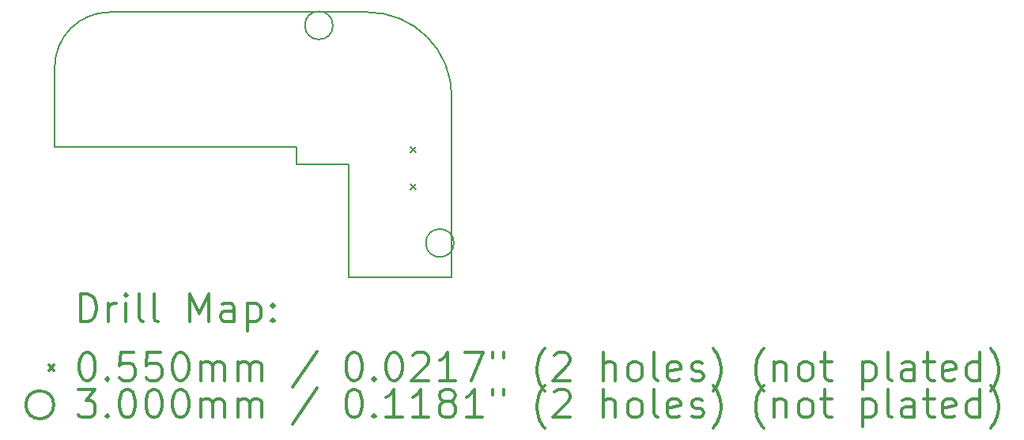
<source format=gbr>
%FSLAX45Y45*%
G04 Gerber Fmt 4.5, Leading zero omitted, Abs format (unit mm)*
G04 Created by KiCad (PCBNEW (5.1.10-1-10_14)) date 2021-09-22 20:59:31*
%MOMM*%
%LPD*%
G01*
G04 APERTURE LIST*
%TA.AperFunction,Profile*%
%ADD10C,0.200000*%
%TD*%
%ADD11C,0.200000*%
%ADD12C,0.300000*%
G04 APERTURE END LIST*
D10*
X7267000Y-8027777D02*
X7266940Y-9237777D01*
X6706940Y-7842777D02*
X6706940Y-8027777D01*
X4116940Y-7842777D02*
X6706940Y-7842777D01*
X4116756Y-6983102D02*
X4116940Y-7842777D01*
X4116756Y-6983102D02*
G75*
G02*
X4704057Y-6395802I587300J0D01*
G01*
X7266940Y-9237777D02*
X8366940Y-9237777D01*
X6706940Y-8027777D02*
X7267000Y-8027777D01*
X7466940Y-6395802D02*
X4704057Y-6395802D01*
X7466940Y-6395802D02*
G75*
G02*
X8366940Y-7295802I0J-900000D01*
G01*
X8366940Y-9237777D02*
X8366940Y-7295802D01*
D11*
X7927410Y-7842080D02*
X7982410Y-7897080D01*
X7982410Y-7842080D02*
X7927410Y-7897080D01*
X7927410Y-8242080D02*
X7982410Y-8297080D01*
X7982410Y-8242080D02*
X7927410Y-8297080D01*
X7095000Y-6537000D02*
G75*
G03*
X7095000Y-6537000I-150000J0D01*
G01*
X8389760Y-8869680D02*
G75*
G03*
X8389760Y-8869680I-150000J0D01*
G01*
D12*
X4393185Y-9713492D02*
X4393185Y-9413492D01*
X4464614Y-9413492D01*
X4507471Y-9427777D01*
X4536042Y-9456349D01*
X4550328Y-9484920D01*
X4564614Y-9542063D01*
X4564614Y-9584920D01*
X4550328Y-9642063D01*
X4536042Y-9670635D01*
X4507471Y-9699206D01*
X4464614Y-9713492D01*
X4393185Y-9713492D01*
X4693185Y-9713492D02*
X4693185Y-9513492D01*
X4693185Y-9570635D02*
X4707471Y-9542063D01*
X4721756Y-9527777D01*
X4750328Y-9513492D01*
X4778899Y-9513492D01*
X4878899Y-9713492D02*
X4878899Y-9513492D01*
X4878899Y-9413492D02*
X4864614Y-9427777D01*
X4878899Y-9442063D01*
X4893185Y-9427777D01*
X4878899Y-9413492D01*
X4878899Y-9442063D01*
X5064614Y-9713492D02*
X5036042Y-9699206D01*
X5021756Y-9670635D01*
X5021756Y-9413492D01*
X5221756Y-9713492D02*
X5193185Y-9699206D01*
X5178899Y-9670635D01*
X5178899Y-9413492D01*
X5564614Y-9713492D02*
X5564614Y-9413492D01*
X5664613Y-9627777D01*
X5764613Y-9413492D01*
X5764613Y-9713492D01*
X6036042Y-9713492D02*
X6036042Y-9556349D01*
X6021756Y-9527777D01*
X5993185Y-9513492D01*
X5936042Y-9513492D01*
X5907471Y-9527777D01*
X6036042Y-9699206D02*
X6007471Y-9713492D01*
X5936042Y-9713492D01*
X5907471Y-9699206D01*
X5893185Y-9670635D01*
X5893185Y-9642063D01*
X5907471Y-9613492D01*
X5936042Y-9599206D01*
X6007471Y-9599206D01*
X6036042Y-9584920D01*
X6178899Y-9513492D02*
X6178899Y-9813492D01*
X6178899Y-9527777D02*
X6207471Y-9513492D01*
X6264613Y-9513492D01*
X6293185Y-9527777D01*
X6307471Y-9542063D01*
X6321756Y-9570635D01*
X6321756Y-9656349D01*
X6307471Y-9684920D01*
X6293185Y-9699206D01*
X6264613Y-9713492D01*
X6207471Y-9713492D01*
X6178899Y-9699206D01*
X6450328Y-9684920D02*
X6464613Y-9699206D01*
X6450328Y-9713492D01*
X6436042Y-9699206D01*
X6450328Y-9684920D01*
X6450328Y-9713492D01*
X6450328Y-9527777D02*
X6464613Y-9542063D01*
X6450328Y-9556349D01*
X6436042Y-9542063D01*
X6450328Y-9527777D01*
X6450328Y-9556349D01*
X4051756Y-10180277D02*
X4106756Y-10235277D01*
X4106756Y-10180277D02*
X4051756Y-10235277D01*
X4450328Y-10043492D02*
X4478899Y-10043492D01*
X4507471Y-10057777D01*
X4521756Y-10072063D01*
X4536042Y-10100635D01*
X4550328Y-10157777D01*
X4550328Y-10229206D01*
X4536042Y-10286349D01*
X4521756Y-10314920D01*
X4507471Y-10329206D01*
X4478899Y-10343492D01*
X4450328Y-10343492D01*
X4421756Y-10329206D01*
X4407471Y-10314920D01*
X4393185Y-10286349D01*
X4378899Y-10229206D01*
X4378899Y-10157777D01*
X4393185Y-10100635D01*
X4407471Y-10072063D01*
X4421756Y-10057777D01*
X4450328Y-10043492D01*
X4678899Y-10314920D02*
X4693185Y-10329206D01*
X4678899Y-10343492D01*
X4664614Y-10329206D01*
X4678899Y-10314920D01*
X4678899Y-10343492D01*
X4964614Y-10043492D02*
X4821756Y-10043492D01*
X4807471Y-10186349D01*
X4821756Y-10172063D01*
X4850328Y-10157777D01*
X4921756Y-10157777D01*
X4950328Y-10172063D01*
X4964614Y-10186349D01*
X4978899Y-10214920D01*
X4978899Y-10286349D01*
X4964614Y-10314920D01*
X4950328Y-10329206D01*
X4921756Y-10343492D01*
X4850328Y-10343492D01*
X4821756Y-10329206D01*
X4807471Y-10314920D01*
X5250328Y-10043492D02*
X5107471Y-10043492D01*
X5093185Y-10186349D01*
X5107471Y-10172063D01*
X5136042Y-10157777D01*
X5207471Y-10157777D01*
X5236042Y-10172063D01*
X5250328Y-10186349D01*
X5264614Y-10214920D01*
X5264614Y-10286349D01*
X5250328Y-10314920D01*
X5236042Y-10329206D01*
X5207471Y-10343492D01*
X5136042Y-10343492D01*
X5107471Y-10329206D01*
X5093185Y-10314920D01*
X5450328Y-10043492D02*
X5478899Y-10043492D01*
X5507471Y-10057777D01*
X5521756Y-10072063D01*
X5536042Y-10100635D01*
X5550328Y-10157777D01*
X5550328Y-10229206D01*
X5536042Y-10286349D01*
X5521756Y-10314920D01*
X5507471Y-10329206D01*
X5478899Y-10343492D01*
X5450328Y-10343492D01*
X5421756Y-10329206D01*
X5407471Y-10314920D01*
X5393185Y-10286349D01*
X5378899Y-10229206D01*
X5378899Y-10157777D01*
X5393185Y-10100635D01*
X5407471Y-10072063D01*
X5421756Y-10057777D01*
X5450328Y-10043492D01*
X5678899Y-10343492D02*
X5678899Y-10143492D01*
X5678899Y-10172063D02*
X5693185Y-10157777D01*
X5721756Y-10143492D01*
X5764613Y-10143492D01*
X5793185Y-10157777D01*
X5807471Y-10186349D01*
X5807471Y-10343492D01*
X5807471Y-10186349D02*
X5821756Y-10157777D01*
X5850328Y-10143492D01*
X5893185Y-10143492D01*
X5921756Y-10157777D01*
X5936042Y-10186349D01*
X5936042Y-10343492D01*
X6078899Y-10343492D02*
X6078899Y-10143492D01*
X6078899Y-10172063D02*
X6093185Y-10157777D01*
X6121756Y-10143492D01*
X6164613Y-10143492D01*
X6193185Y-10157777D01*
X6207471Y-10186349D01*
X6207471Y-10343492D01*
X6207471Y-10186349D02*
X6221756Y-10157777D01*
X6250328Y-10143492D01*
X6293185Y-10143492D01*
X6321756Y-10157777D01*
X6336042Y-10186349D01*
X6336042Y-10343492D01*
X6921756Y-10029206D02*
X6664613Y-10414920D01*
X7307471Y-10043492D02*
X7336042Y-10043492D01*
X7364613Y-10057777D01*
X7378899Y-10072063D01*
X7393185Y-10100635D01*
X7407471Y-10157777D01*
X7407471Y-10229206D01*
X7393185Y-10286349D01*
X7378899Y-10314920D01*
X7364613Y-10329206D01*
X7336042Y-10343492D01*
X7307471Y-10343492D01*
X7278899Y-10329206D01*
X7264613Y-10314920D01*
X7250328Y-10286349D01*
X7236042Y-10229206D01*
X7236042Y-10157777D01*
X7250328Y-10100635D01*
X7264613Y-10072063D01*
X7278899Y-10057777D01*
X7307471Y-10043492D01*
X7536042Y-10314920D02*
X7550328Y-10329206D01*
X7536042Y-10343492D01*
X7521756Y-10329206D01*
X7536042Y-10314920D01*
X7536042Y-10343492D01*
X7736042Y-10043492D02*
X7764613Y-10043492D01*
X7793185Y-10057777D01*
X7807471Y-10072063D01*
X7821756Y-10100635D01*
X7836042Y-10157777D01*
X7836042Y-10229206D01*
X7821756Y-10286349D01*
X7807471Y-10314920D01*
X7793185Y-10329206D01*
X7764613Y-10343492D01*
X7736042Y-10343492D01*
X7707471Y-10329206D01*
X7693185Y-10314920D01*
X7678899Y-10286349D01*
X7664613Y-10229206D01*
X7664613Y-10157777D01*
X7678899Y-10100635D01*
X7693185Y-10072063D01*
X7707471Y-10057777D01*
X7736042Y-10043492D01*
X7950328Y-10072063D02*
X7964613Y-10057777D01*
X7993185Y-10043492D01*
X8064613Y-10043492D01*
X8093185Y-10057777D01*
X8107471Y-10072063D01*
X8121756Y-10100635D01*
X8121756Y-10129206D01*
X8107471Y-10172063D01*
X7936042Y-10343492D01*
X8121756Y-10343492D01*
X8407471Y-10343492D02*
X8236042Y-10343492D01*
X8321756Y-10343492D02*
X8321756Y-10043492D01*
X8293185Y-10086349D01*
X8264613Y-10114920D01*
X8236042Y-10129206D01*
X8507471Y-10043492D02*
X8707471Y-10043492D01*
X8578899Y-10343492D01*
X8807471Y-10043492D02*
X8807471Y-10100635D01*
X8921756Y-10043492D02*
X8921756Y-10100635D01*
X9364614Y-10457777D02*
X9350328Y-10443492D01*
X9321756Y-10400635D01*
X9307471Y-10372063D01*
X9293185Y-10329206D01*
X9278899Y-10257777D01*
X9278899Y-10200635D01*
X9293185Y-10129206D01*
X9307471Y-10086349D01*
X9321756Y-10057777D01*
X9350328Y-10014920D01*
X9364614Y-10000635D01*
X9464614Y-10072063D02*
X9478899Y-10057777D01*
X9507471Y-10043492D01*
X9578899Y-10043492D01*
X9607471Y-10057777D01*
X9621756Y-10072063D01*
X9636042Y-10100635D01*
X9636042Y-10129206D01*
X9621756Y-10172063D01*
X9450328Y-10343492D01*
X9636042Y-10343492D01*
X9993185Y-10343492D02*
X9993185Y-10043492D01*
X10121756Y-10343492D02*
X10121756Y-10186349D01*
X10107471Y-10157777D01*
X10078899Y-10143492D01*
X10036042Y-10143492D01*
X10007471Y-10157777D01*
X9993185Y-10172063D01*
X10307471Y-10343492D02*
X10278899Y-10329206D01*
X10264614Y-10314920D01*
X10250328Y-10286349D01*
X10250328Y-10200635D01*
X10264614Y-10172063D01*
X10278899Y-10157777D01*
X10307471Y-10143492D01*
X10350328Y-10143492D01*
X10378899Y-10157777D01*
X10393185Y-10172063D01*
X10407471Y-10200635D01*
X10407471Y-10286349D01*
X10393185Y-10314920D01*
X10378899Y-10329206D01*
X10350328Y-10343492D01*
X10307471Y-10343492D01*
X10578899Y-10343492D02*
X10550328Y-10329206D01*
X10536042Y-10300635D01*
X10536042Y-10043492D01*
X10807471Y-10329206D02*
X10778899Y-10343492D01*
X10721756Y-10343492D01*
X10693185Y-10329206D01*
X10678899Y-10300635D01*
X10678899Y-10186349D01*
X10693185Y-10157777D01*
X10721756Y-10143492D01*
X10778899Y-10143492D01*
X10807471Y-10157777D01*
X10821756Y-10186349D01*
X10821756Y-10214920D01*
X10678899Y-10243492D01*
X10936042Y-10329206D02*
X10964614Y-10343492D01*
X11021756Y-10343492D01*
X11050328Y-10329206D01*
X11064614Y-10300635D01*
X11064614Y-10286349D01*
X11050328Y-10257777D01*
X11021756Y-10243492D01*
X10978899Y-10243492D01*
X10950328Y-10229206D01*
X10936042Y-10200635D01*
X10936042Y-10186349D01*
X10950328Y-10157777D01*
X10978899Y-10143492D01*
X11021756Y-10143492D01*
X11050328Y-10157777D01*
X11164614Y-10457777D02*
X11178899Y-10443492D01*
X11207471Y-10400635D01*
X11221756Y-10372063D01*
X11236042Y-10329206D01*
X11250328Y-10257777D01*
X11250328Y-10200635D01*
X11236042Y-10129206D01*
X11221756Y-10086349D01*
X11207471Y-10057777D01*
X11178899Y-10014920D01*
X11164614Y-10000635D01*
X11707471Y-10457777D02*
X11693185Y-10443492D01*
X11664613Y-10400635D01*
X11650328Y-10372063D01*
X11636042Y-10329206D01*
X11621756Y-10257777D01*
X11621756Y-10200635D01*
X11636042Y-10129206D01*
X11650328Y-10086349D01*
X11664613Y-10057777D01*
X11693185Y-10014920D01*
X11707471Y-10000635D01*
X11821756Y-10143492D02*
X11821756Y-10343492D01*
X11821756Y-10172063D02*
X11836042Y-10157777D01*
X11864613Y-10143492D01*
X11907471Y-10143492D01*
X11936042Y-10157777D01*
X11950328Y-10186349D01*
X11950328Y-10343492D01*
X12136042Y-10343492D02*
X12107471Y-10329206D01*
X12093185Y-10314920D01*
X12078899Y-10286349D01*
X12078899Y-10200635D01*
X12093185Y-10172063D01*
X12107471Y-10157777D01*
X12136042Y-10143492D01*
X12178899Y-10143492D01*
X12207471Y-10157777D01*
X12221756Y-10172063D01*
X12236042Y-10200635D01*
X12236042Y-10286349D01*
X12221756Y-10314920D01*
X12207471Y-10329206D01*
X12178899Y-10343492D01*
X12136042Y-10343492D01*
X12321756Y-10143492D02*
X12436042Y-10143492D01*
X12364613Y-10043492D02*
X12364613Y-10300635D01*
X12378899Y-10329206D01*
X12407471Y-10343492D01*
X12436042Y-10343492D01*
X12764613Y-10143492D02*
X12764613Y-10443492D01*
X12764613Y-10157777D02*
X12793185Y-10143492D01*
X12850328Y-10143492D01*
X12878899Y-10157777D01*
X12893185Y-10172063D01*
X12907471Y-10200635D01*
X12907471Y-10286349D01*
X12893185Y-10314920D01*
X12878899Y-10329206D01*
X12850328Y-10343492D01*
X12793185Y-10343492D01*
X12764613Y-10329206D01*
X13078899Y-10343492D02*
X13050328Y-10329206D01*
X13036042Y-10300635D01*
X13036042Y-10043492D01*
X13321756Y-10343492D02*
X13321756Y-10186349D01*
X13307471Y-10157777D01*
X13278899Y-10143492D01*
X13221756Y-10143492D01*
X13193185Y-10157777D01*
X13321756Y-10329206D02*
X13293185Y-10343492D01*
X13221756Y-10343492D01*
X13193185Y-10329206D01*
X13178899Y-10300635D01*
X13178899Y-10272063D01*
X13193185Y-10243492D01*
X13221756Y-10229206D01*
X13293185Y-10229206D01*
X13321756Y-10214920D01*
X13421756Y-10143492D02*
X13536042Y-10143492D01*
X13464613Y-10043492D02*
X13464613Y-10300635D01*
X13478899Y-10329206D01*
X13507471Y-10343492D01*
X13536042Y-10343492D01*
X13750328Y-10329206D02*
X13721756Y-10343492D01*
X13664613Y-10343492D01*
X13636042Y-10329206D01*
X13621756Y-10300635D01*
X13621756Y-10186349D01*
X13636042Y-10157777D01*
X13664613Y-10143492D01*
X13721756Y-10143492D01*
X13750328Y-10157777D01*
X13764613Y-10186349D01*
X13764613Y-10214920D01*
X13621756Y-10243492D01*
X14021756Y-10343492D02*
X14021756Y-10043492D01*
X14021756Y-10329206D02*
X13993185Y-10343492D01*
X13936042Y-10343492D01*
X13907471Y-10329206D01*
X13893185Y-10314920D01*
X13878899Y-10286349D01*
X13878899Y-10200635D01*
X13893185Y-10172063D01*
X13907471Y-10157777D01*
X13936042Y-10143492D01*
X13993185Y-10143492D01*
X14021756Y-10157777D01*
X14136042Y-10457777D02*
X14150328Y-10443492D01*
X14178899Y-10400635D01*
X14193185Y-10372063D01*
X14207471Y-10329206D01*
X14221756Y-10257777D01*
X14221756Y-10200635D01*
X14207471Y-10129206D01*
X14193185Y-10086349D01*
X14178899Y-10057777D01*
X14150328Y-10014920D01*
X14136042Y-10000635D01*
X4106756Y-10603777D02*
G75*
G03*
X4106756Y-10603777I-150000J0D01*
G01*
X4364614Y-10439492D02*
X4550328Y-10439492D01*
X4450328Y-10553777D01*
X4493185Y-10553777D01*
X4521756Y-10568063D01*
X4536042Y-10582349D01*
X4550328Y-10610920D01*
X4550328Y-10682349D01*
X4536042Y-10710920D01*
X4521756Y-10725206D01*
X4493185Y-10739492D01*
X4407471Y-10739492D01*
X4378899Y-10725206D01*
X4364614Y-10710920D01*
X4678899Y-10710920D02*
X4693185Y-10725206D01*
X4678899Y-10739492D01*
X4664614Y-10725206D01*
X4678899Y-10710920D01*
X4678899Y-10739492D01*
X4878899Y-10439492D02*
X4907471Y-10439492D01*
X4936042Y-10453777D01*
X4950328Y-10468063D01*
X4964614Y-10496635D01*
X4978899Y-10553777D01*
X4978899Y-10625206D01*
X4964614Y-10682349D01*
X4950328Y-10710920D01*
X4936042Y-10725206D01*
X4907471Y-10739492D01*
X4878899Y-10739492D01*
X4850328Y-10725206D01*
X4836042Y-10710920D01*
X4821756Y-10682349D01*
X4807471Y-10625206D01*
X4807471Y-10553777D01*
X4821756Y-10496635D01*
X4836042Y-10468063D01*
X4850328Y-10453777D01*
X4878899Y-10439492D01*
X5164614Y-10439492D02*
X5193185Y-10439492D01*
X5221756Y-10453777D01*
X5236042Y-10468063D01*
X5250328Y-10496635D01*
X5264614Y-10553777D01*
X5264614Y-10625206D01*
X5250328Y-10682349D01*
X5236042Y-10710920D01*
X5221756Y-10725206D01*
X5193185Y-10739492D01*
X5164614Y-10739492D01*
X5136042Y-10725206D01*
X5121756Y-10710920D01*
X5107471Y-10682349D01*
X5093185Y-10625206D01*
X5093185Y-10553777D01*
X5107471Y-10496635D01*
X5121756Y-10468063D01*
X5136042Y-10453777D01*
X5164614Y-10439492D01*
X5450328Y-10439492D02*
X5478899Y-10439492D01*
X5507471Y-10453777D01*
X5521756Y-10468063D01*
X5536042Y-10496635D01*
X5550328Y-10553777D01*
X5550328Y-10625206D01*
X5536042Y-10682349D01*
X5521756Y-10710920D01*
X5507471Y-10725206D01*
X5478899Y-10739492D01*
X5450328Y-10739492D01*
X5421756Y-10725206D01*
X5407471Y-10710920D01*
X5393185Y-10682349D01*
X5378899Y-10625206D01*
X5378899Y-10553777D01*
X5393185Y-10496635D01*
X5407471Y-10468063D01*
X5421756Y-10453777D01*
X5450328Y-10439492D01*
X5678899Y-10739492D02*
X5678899Y-10539492D01*
X5678899Y-10568063D02*
X5693185Y-10553777D01*
X5721756Y-10539492D01*
X5764613Y-10539492D01*
X5793185Y-10553777D01*
X5807471Y-10582349D01*
X5807471Y-10739492D01*
X5807471Y-10582349D02*
X5821756Y-10553777D01*
X5850328Y-10539492D01*
X5893185Y-10539492D01*
X5921756Y-10553777D01*
X5936042Y-10582349D01*
X5936042Y-10739492D01*
X6078899Y-10739492D02*
X6078899Y-10539492D01*
X6078899Y-10568063D02*
X6093185Y-10553777D01*
X6121756Y-10539492D01*
X6164613Y-10539492D01*
X6193185Y-10553777D01*
X6207471Y-10582349D01*
X6207471Y-10739492D01*
X6207471Y-10582349D02*
X6221756Y-10553777D01*
X6250328Y-10539492D01*
X6293185Y-10539492D01*
X6321756Y-10553777D01*
X6336042Y-10582349D01*
X6336042Y-10739492D01*
X6921756Y-10425206D02*
X6664613Y-10810920D01*
X7307471Y-10439492D02*
X7336042Y-10439492D01*
X7364613Y-10453777D01*
X7378899Y-10468063D01*
X7393185Y-10496635D01*
X7407471Y-10553777D01*
X7407471Y-10625206D01*
X7393185Y-10682349D01*
X7378899Y-10710920D01*
X7364613Y-10725206D01*
X7336042Y-10739492D01*
X7307471Y-10739492D01*
X7278899Y-10725206D01*
X7264613Y-10710920D01*
X7250328Y-10682349D01*
X7236042Y-10625206D01*
X7236042Y-10553777D01*
X7250328Y-10496635D01*
X7264613Y-10468063D01*
X7278899Y-10453777D01*
X7307471Y-10439492D01*
X7536042Y-10710920D02*
X7550328Y-10725206D01*
X7536042Y-10739492D01*
X7521756Y-10725206D01*
X7536042Y-10710920D01*
X7536042Y-10739492D01*
X7836042Y-10739492D02*
X7664613Y-10739492D01*
X7750328Y-10739492D02*
X7750328Y-10439492D01*
X7721756Y-10482349D01*
X7693185Y-10510920D01*
X7664613Y-10525206D01*
X8121756Y-10739492D02*
X7950328Y-10739492D01*
X8036042Y-10739492D02*
X8036042Y-10439492D01*
X8007471Y-10482349D01*
X7978899Y-10510920D01*
X7950328Y-10525206D01*
X8293185Y-10568063D02*
X8264613Y-10553777D01*
X8250328Y-10539492D01*
X8236042Y-10510920D01*
X8236042Y-10496635D01*
X8250328Y-10468063D01*
X8264613Y-10453777D01*
X8293185Y-10439492D01*
X8350328Y-10439492D01*
X8378899Y-10453777D01*
X8393185Y-10468063D01*
X8407471Y-10496635D01*
X8407471Y-10510920D01*
X8393185Y-10539492D01*
X8378899Y-10553777D01*
X8350328Y-10568063D01*
X8293185Y-10568063D01*
X8264613Y-10582349D01*
X8250328Y-10596635D01*
X8236042Y-10625206D01*
X8236042Y-10682349D01*
X8250328Y-10710920D01*
X8264613Y-10725206D01*
X8293185Y-10739492D01*
X8350328Y-10739492D01*
X8378899Y-10725206D01*
X8393185Y-10710920D01*
X8407471Y-10682349D01*
X8407471Y-10625206D01*
X8393185Y-10596635D01*
X8378899Y-10582349D01*
X8350328Y-10568063D01*
X8693185Y-10739492D02*
X8521756Y-10739492D01*
X8607471Y-10739492D02*
X8607471Y-10439492D01*
X8578899Y-10482349D01*
X8550328Y-10510920D01*
X8521756Y-10525206D01*
X8807471Y-10439492D02*
X8807471Y-10496635D01*
X8921756Y-10439492D02*
X8921756Y-10496635D01*
X9364614Y-10853777D02*
X9350328Y-10839492D01*
X9321756Y-10796635D01*
X9307471Y-10768063D01*
X9293185Y-10725206D01*
X9278899Y-10653777D01*
X9278899Y-10596635D01*
X9293185Y-10525206D01*
X9307471Y-10482349D01*
X9321756Y-10453777D01*
X9350328Y-10410920D01*
X9364614Y-10396635D01*
X9464614Y-10468063D02*
X9478899Y-10453777D01*
X9507471Y-10439492D01*
X9578899Y-10439492D01*
X9607471Y-10453777D01*
X9621756Y-10468063D01*
X9636042Y-10496635D01*
X9636042Y-10525206D01*
X9621756Y-10568063D01*
X9450328Y-10739492D01*
X9636042Y-10739492D01*
X9993185Y-10739492D02*
X9993185Y-10439492D01*
X10121756Y-10739492D02*
X10121756Y-10582349D01*
X10107471Y-10553777D01*
X10078899Y-10539492D01*
X10036042Y-10539492D01*
X10007471Y-10553777D01*
X9993185Y-10568063D01*
X10307471Y-10739492D02*
X10278899Y-10725206D01*
X10264614Y-10710920D01*
X10250328Y-10682349D01*
X10250328Y-10596635D01*
X10264614Y-10568063D01*
X10278899Y-10553777D01*
X10307471Y-10539492D01*
X10350328Y-10539492D01*
X10378899Y-10553777D01*
X10393185Y-10568063D01*
X10407471Y-10596635D01*
X10407471Y-10682349D01*
X10393185Y-10710920D01*
X10378899Y-10725206D01*
X10350328Y-10739492D01*
X10307471Y-10739492D01*
X10578899Y-10739492D02*
X10550328Y-10725206D01*
X10536042Y-10696635D01*
X10536042Y-10439492D01*
X10807471Y-10725206D02*
X10778899Y-10739492D01*
X10721756Y-10739492D01*
X10693185Y-10725206D01*
X10678899Y-10696635D01*
X10678899Y-10582349D01*
X10693185Y-10553777D01*
X10721756Y-10539492D01*
X10778899Y-10539492D01*
X10807471Y-10553777D01*
X10821756Y-10582349D01*
X10821756Y-10610920D01*
X10678899Y-10639492D01*
X10936042Y-10725206D02*
X10964614Y-10739492D01*
X11021756Y-10739492D01*
X11050328Y-10725206D01*
X11064614Y-10696635D01*
X11064614Y-10682349D01*
X11050328Y-10653777D01*
X11021756Y-10639492D01*
X10978899Y-10639492D01*
X10950328Y-10625206D01*
X10936042Y-10596635D01*
X10936042Y-10582349D01*
X10950328Y-10553777D01*
X10978899Y-10539492D01*
X11021756Y-10539492D01*
X11050328Y-10553777D01*
X11164614Y-10853777D02*
X11178899Y-10839492D01*
X11207471Y-10796635D01*
X11221756Y-10768063D01*
X11236042Y-10725206D01*
X11250328Y-10653777D01*
X11250328Y-10596635D01*
X11236042Y-10525206D01*
X11221756Y-10482349D01*
X11207471Y-10453777D01*
X11178899Y-10410920D01*
X11164614Y-10396635D01*
X11707471Y-10853777D02*
X11693185Y-10839492D01*
X11664613Y-10796635D01*
X11650328Y-10768063D01*
X11636042Y-10725206D01*
X11621756Y-10653777D01*
X11621756Y-10596635D01*
X11636042Y-10525206D01*
X11650328Y-10482349D01*
X11664613Y-10453777D01*
X11693185Y-10410920D01*
X11707471Y-10396635D01*
X11821756Y-10539492D02*
X11821756Y-10739492D01*
X11821756Y-10568063D02*
X11836042Y-10553777D01*
X11864613Y-10539492D01*
X11907471Y-10539492D01*
X11936042Y-10553777D01*
X11950328Y-10582349D01*
X11950328Y-10739492D01*
X12136042Y-10739492D02*
X12107471Y-10725206D01*
X12093185Y-10710920D01*
X12078899Y-10682349D01*
X12078899Y-10596635D01*
X12093185Y-10568063D01*
X12107471Y-10553777D01*
X12136042Y-10539492D01*
X12178899Y-10539492D01*
X12207471Y-10553777D01*
X12221756Y-10568063D01*
X12236042Y-10596635D01*
X12236042Y-10682349D01*
X12221756Y-10710920D01*
X12207471Y-10725206D01*
X12178899Y-10739492D01*
X12136042Y-10739492D01*
X12321756Y-10539492D02*
X12436042Y-10539492D01*
X12364613Y-10439492D02*
X12364613Y-10696635D01*
X12378899Y-10725206D01*
X12407471Y-10739492D01*
X12436042Y-10739492D01*
X12764613Y-10539492D02*
X12764613Y-10839492D01*
X12764613Y-10553777D02*
X12793185Y-10539492D01*
X12850328Y-10539492D01*
X12878899Y-10553777D01*
X12893185Y-10568063D01*
X12907471Y-10596635D01*
X12907471Y-10682349D01*
X12893185Y-10710920D01*
X12878899Y-10725206D01*
X12850328Y-10739492D01*
X12793185Y-10739492D01*
X12764613Y-10725206D01*
X13078899Y-10739492D02*
X13050328Y-10725206D01*
X13036042Y-10696635D01*
X13036042Y-10439492D01*
X13321756Y-10739492D02*
X13321756Y-10582349D01*
X13307471Y-10553777D01*
X13278899Y-10539492D01*
X13221756Y-10539492D01*
X13193185Y-10553777D01*
X13321756Y-10725206D02*
X13293185Y-10739492D01*
X13221756Y-10739492D01*
X13193185Y-10725206D01*
X13178899Y-10696635D01*
X13178899Y-10668063D01*
X13193185Y-10639492D01*
X13221756Y-10625206D01*
X13293185Y-10625206D01*
X13321756Y-10610920D01*
X13421756Y-10539492D02*
X13536042Y-10539492D01*
X13464613Y-10439492D02*
X13464613Y-10696635D01*
X13478899Y-10725206D01*
X13507471Y-10739492D01*
X13536042Y-10739492D01*
X13750328Y-10725206D02*
X13721756Y-10739492D01*
X13664613Y-10739492D01*
X13636042Y-10725206D01*
X13621756Y-10696635D01*
X13621756Y-10582349D01*
X13636042Y-10553777D01*
X13664613Y-10539492D01*
X13721756Y-10539492D01*
X13750328Y-10553777D01*
X13764613Y-10582349D01*
X13764613Y-10610920D01*
X13621756Y-10639492D01*
X14021756Y-10739492D02*
X14021756Y-10439492D01*
X14021756Y-10725206D02*
X13993185Y-10739492D01*
X13936042Y-10739492D01*
X13907471Y-10725206D01*
X13893185Y-10710920D01*
X13878899Y-10682349D01*
X13878899Y-10596635D01*
X13893185Y-10568063D01*
X13907471Y-10553777D01*
X13936042Y-10539492D01*
X13993185Y-10539492D01*
X14021756Y-10553777D01*
X14136042Y-10853777D02*
X14150328Y-10839492D01*
X14178899Y-10796635D01*
X14193185Y-10768063D01*
X14207471Y-10725206D01*
X14221756Y-10653777D01*
X14221756Y-10596635D01*
X14207471Y-10525206D01*
X14193185Y-10482349D01*
X14178899Y-10453777D01*
X14150328Y-10410920D01*
X14136042Y-10396635D01*
M02*

</source>
